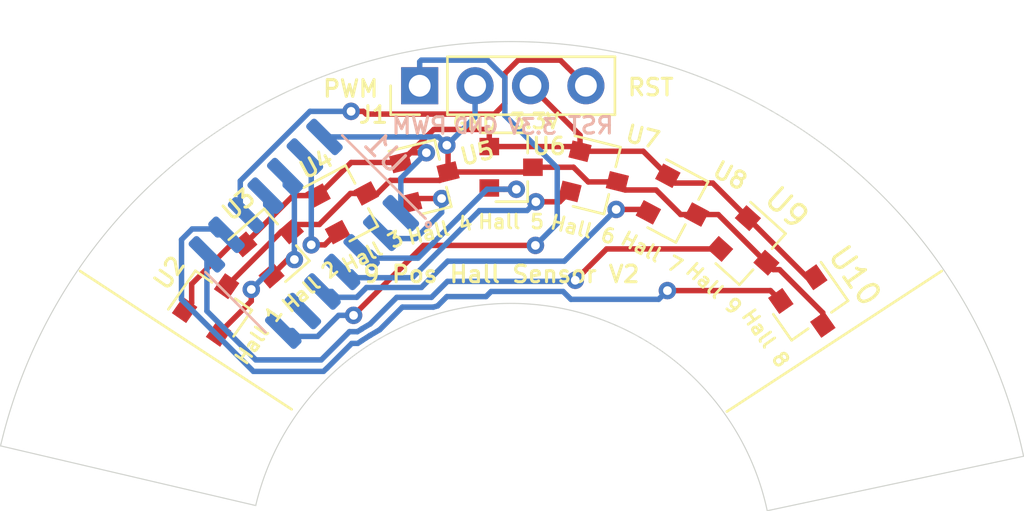
<source format=kicad_pcb>
(kicad_pcb (version 20171130) (host pcbnew "(5.1.5)-3")

  (general
    (thickness 1.6)
    (drawings 19)
    (tracks 202)
    (zones 0)
    (modules 13)
    (nets 15)
  )

  (page A4)
  (layers
    (0 F.Cu signal)
    (31 B.Cu signal)
    (32 B.Adhes user)
    (33 F.Adhes user)
    (34 B.Paste user)
    (35 F.Paste user)
    (36 B.SilkS user)
    (37 F.SilkS user)
    (38 B.Mask user)
    (39 F.Mask user)
    (40 Dwgs.User user hide)
    (41 Cmts.User user)
    (42 Eco1.User user)
    (43 Eco2.User user)
    (44 Edge.Cuts user)
    (45 Margin user)
    (46 B.CrtYd user)
    (47 F.CrtYd user)
    (48 B.Fab user)
    (49 F.Fab user)
  )

  (setup
    (last_trace_width 0.25)
    (trace_clearance 0.2)
    (zone_clearance 0.508)
    (zone_45_only no)
    (trace_min 0.2)
    (via_size 0.8)
    (via_drill 0.4)
    (via_min_size 0.4)
    (via_min_drill 0.3)
    (uvia_size 0.3)
    (uvia_drill 0.1)
    (uvias_allowed no)
    (uvia_min_size 0.2)
    (uvia_min_drill 0.1)
    (edge_width 0.05)
    (segment_width 0.2)
    (pcb_text_width 0.3)
    (pcb_text_size 1.5 1.5)
    (mod_edge_width 0.12)
    (mod_text_size 1 1)
    (mod_text_width 0.15)
    (pad_size 1.524 1.524)
    (pad_drill 0.762)
    (pad_to_mask_clearance 0.051)
    (solder_mask_min_width 0.25)
    (aux_axis_origin 0 0)
    (visible_elements 7FFFFFFF)
    (pcbplotparams
      (layerselection 0x010fc_ffffffff)
      (usegerberextensions false)
      (usegerberattributes false)
      (usegerberadvancedattributes false)
      (creategerberjobfile false)
      (excludeedgelayer true)
      (linewidth 0.100000)
      (plotframeref false)
      (viasonmask false)
      (mode 1)
      (useauxorigin false)
      (hpglpennumber 1)
      (hpglpenspeed 20)
      (hpglpendiameter 15.000000)
      (psnegative false)
      (psa4output false)
      (plotreference true)
      (plotvalue true)
      (plotinvisibletext false)
      (padsonsilk false)
      (subtractmaskfromsilk false)
      (outputformat 1)
      (mirror false)
      (drillshape 0)
      (scaleselection 1)
      (outputdirectory "Gerbers/"))
  )

  (net 0 "")
  (net 1 GND)
  (net 2 "Net-(U1-Pad11)")
  (net 3 "Net-(U1-Pad12)")
  (net 4 "Net-(U1-Pad13)")
  (net 5 +3V3)
  (net 6 "Net-(U1-Pad2)")
  (net 7 "Net-(U1-Pad3)")
  (net 8 "Net-(U1-Pad4)")
  (net 9 "Net-(U1-Pad5)")
  (net 10 "Net-(U1-Pad8)")
  (net 11 "Net-(J1-Pad4)")
  (net 12 "Net-(U1-Pad6)")
  (net 13 "Net-(U1-Pad9)")
  (net 14 "Net-(J1-Pad1)")

  (net_class Default "This is the default net class."
    (clearance 0.2)
    (trace_width 0.25)
    (via_dia 0.8)
    (via_drill 0.4)
    (uvia_dia 0.3)
    (uvia_drill 0.1)
    (add_net +3V3)
    (add_net GND)
    (add_net "Net-(J1-Pad1)")
    (add_net "Net-(J1-Pad4)")
    (add_net "Net-(U1-Pad11)")
    (add_net "Net-(U1-Pad12)")
    (add_net "Net-(U1-Pad13)")
    (add_net "Net-(U1-Pad2)")
    (add_net "Net-(U1-Pad3)")
    (add_net "Net-(U1-Pad4)")
    (add_net "Net-(U1-Pad5)")
    (add_net "Net-(U1-Pad6)")
    (add_net "Net-(U1-Pad8)")
    (add_net "Net-(U1-Pad9)")
  )

  (module Package_TO_SOT_SMD:SOT-23 (layer F.Cu) (tedit 5A02FF57) (tstamp 60162DF9)
    (at 143.725 58.4 305)
    (descr "SOT-23, Standard")
    (tags SOT-23)
    (path /6019ADE5)
    (attr smd)
    (fp_text reference U10 (at 0 -2.5 125) (layer F.SilkS)
      (effects (font (size 1 1) (thickness 0.15)))
    )
    (fp_text value "Hall 8" (at 0 2.5 125) (layer F.SilkS)
      (effects (font (size 0.635 0.635) (thickness 0.127)))
    )
    (fp_line (start 0.76 1.58) (end -0.7 1.58) (layer F.SilkS) (width 0.12))
    (fp_line (start 0.76 -1.58) (end -1.4 -1.58) (layer F.SilkS) (width 0.12))
    (fp_line (start -1.7 1.75) (end -1.7 -1.75) (layer F.CrtYd) (width 0.05))
    (fp_line (start 1.7 1.75) (end -1.7 1.75) (layer F.CrtYd) (width 0.05))
    (fp_line (start 1.7 -1.75) (end 1.7 1.75) (layer F.CrtYd) (width 0.05))
    (fp_line (start -1.7 -1.75) (end 1.7 -1.75) (layer F.CrtYd) (width 0.05))
    (fp_line (start 0.76 -1.58) (end 0.76 -0.65) (layer F.SilkS) (width 0.12))
    (fp_line (start 0.76 1.58) (end 0.76 0.65) (layer F.SilkS) (width 0.12))
    (fp_line (start -0.7 1.52) (end 0.7 1.52) (layer F.Fab) (width 0.1))
    (fp_line (start 0.7 -1.52) (end 0.7 1.52) (layer F.Fab) (width 0.1))
    (fp_line (start -0.7 -0.95) (end -0.15 -1.52) (layer F.Fab) (width 0.1))
    (fp_line (start -0.15 -1.52) (end 0.7 -1.52) (layer F.Fab) (width 0.1))
    (fp_line (start -0.7 -0.95) (end -0.7 1.5) (layer F.Fab) (width 0.1))
    (fp_text user %R (at 0 0 35) (layer F.Fab)
      (effects (font (size 0.5 0.5) (thickness 0.075)))
    )
    (pad 3 smd rect (at 1 0 305) (size 0.9 0.8) (layers F.Cu F.Paste F.Mask)
      (net 1 GND))
    (pad 2 smd rect (at -1 0.95 305) (size 0.9 0.8) (layers F.Cu F.Paste F.Mask)
      (net 13 "Net-(U1-Pad9)"))
    (pad 1 smd rect (at -1 -0.95 305) (size 0.9 0.8) (layers F.Cu F.Paste F.Mask)
      (net 5 +3V3))
    (model ${KISYS3DMOD}/Package_TO_SOT_SMD.3dshapes/SOT-23.wrl
      (at (xyz 0 0 0))
      (scale (xyz 1 1 1))
      (rotate (xyz 0 0 0))
    )
  )

  (module Package_TO_SOT_SMD:SOT-23 (layer F.Cu) (tedit 5A02FF57) (tstamp 60162DE4)
    (at 140.97 55.7 318)
    (descr "SOT-23, Standard")
    (tags SOT-23)
    (path /60198576)
    (attr smd)
    (fp_text reference U9 (at 0 -2.5 138) (layer F.SilkS)
      (effects (font (size 1 1) (thickness 0.15)))
    )
    (fp_text value "Hall 9" (at 0 2.5 138) (layer F.SilkS)
      (effects (font (size 0.635 0.635) (thickness 0.127)))
    )
    (fp_line (start 0.76 1.58) (end -0.7 1.58) (layer F.SilkS) (width 0.12))
    (fp_line (start 0.76 -1.58) (end -1.4 -1.58) (layer F.SilkS) (width 0.12))
    (fp_line (start -1.7 1.75) (end -1.7 -1.75) (layer F.CrtYd) (width 0.05))
    (fp_line (start 1.7 1.75) (end -1.7 1.75) (layer F.CrtYd) (width 0.05))
    (fp_line (start 1.7 -1.75) (end 1.7 1.75) (layer F.CrtYd) (width 0.05))
    (fp_line (start -1.7 -1.75) (end 1.7 -1.75) (layer F.CrtYd) (width 0.05))
    (fp_line (start 0.76 -1.58) (end 0.76 -0.65) (layer F.SilkS) (width 0.12))
    (fp_line (start 0.76 1.58) (end 0.76 0.65) (layer F.SilkS) (width 0.12))
    (fp_line (start -0.7 1.52) (end 0.7 1.52) (layer F.Fab) (width 0.1))
    (fp_line (start 0.7 -1.52) (end 0.7 1.52) (layer F.Fab) (width 0.1))
    (fp_line (start -0.7 -0.95) (end -0.15 -1.52) (layer F.Fab) (width 0.1))
    (fp_line (start -0.15 -1.52) (end 0.7 -1.52) (layer F.Fab) (width 0.1))
    (fp_line (start -0.7 -0.95) (end -0.7 1.5) (layer F.Fab) (width 0.1))
    (fp_text user %R (at 0 0 48) (layer F.Fab)
      (effects (font (size 0.5 0.5) (thickness 0.075)))
    )
    (pad 3 smd rect (at 1 0 318) (size 0.9 0.8) (layers F.Cu F.Paste F.Mask)
      (net 1 GND))
    (pad 2 smd rect (at -1 0.95 318) (size 0.9 0.8) (layers F.Cu F.Paste F.Mask)
      (net 10 "Net-(U1-Pad8)"))
    (pad 1 smd rect (at -1 -0.95 318) (size 0.9 0.8) (layers F.Cu F.Paste F.Mask)
      (net 5 +3V3))
    (model ${KISYS3DMOD}/Package_TO_SOT_SMD.3dshapes/SOT-23.wrl
      (at (xyz 0 0 0))
      (scale (xyz 1 1 1))
      (rotate (xyz 0 0 0))
    )
  )

  (module MountingHole:MountingHole_2.2mm_M2 (layer F.Cu) (tedit 56D1B4CB) (tstamp 60162392)
    (at 146.51 62.89)
    (descr "Mounting Hole 2.2mm, no annular, M2")
    (tags "mounting hole 2.2mm no annular m2")
    (attr virtual)
    (fp_text reference REF** (at 0 -3.2) (layer F.SilkS) hide
      (effects (font (size 1 1) (thickness 0.15)))
    )
    (fp_text value " " (at 0 3.2) (layer F.Fab)
      (effects (font (size 1 1) (thickness 0.15)))
    )
    (fp_circle (center 0 0) (end 2.45 0) (layer F.CrtYd) (width 0.05))
    (fp_circle (center 0 0) (end 2.2 0) (layer Cmts.User) (width 0.15))
    (fp_text user %R (at 0.3 0) (layer F.Fab)
      (effects (font (size 1 1) (thickness 0.15)))
    )
    (pad 1 np_thru_hole circle (at 0 0) (size 2.2 2.2) (drill 2.2) (layers *.Cu *.Mask))
  )

  (module MountingHole:MountingHole_2.2mm_M2 (layer F.Cu) (tedit 56D1B4CB) (tstamp 60162211)
    (at 113.45 62.72)
    (descr "Mounting Hole 2.2mm, no annular, M2")
    (tags "mounting hole 2.2mm no annular m2")
    (attr virtual)
    (fp_text reference REF** (at 0 -3.2) (layer F.SilkS) hide
      (effects (font (size 1 1) (thickness 0.15)))
    )
    (fp_text value " " (at 0 3.2) (layer F.Fab)
      (effects (font (size 1 1) (thickness 0.15)))
    )
    (fp_circle (center 0 0) (end 2.45 0) (layer F.CrtYd) (width 0.05))
    (fp_circle (center 0 0) (end 2.2 0) (layer Cmts.User) (width 0.15))
    (fp_text user %R (at 0.3 0) (layer F.Fab)
      (effects (font (size 1 1) (thickness 0.15)))
    )
    (pad 1 np_thru_hole circle (at 0 0) (size 2.2 2.2) (drill 2.2) (layers *.Cu *.Mask))
  )

  (module Connector_PinHeader_2.54mm:PinHeader_1x04_P2.54mm_Vertical (layer F.Cu) (tedit 59FED5CC) (tstamp 60160ADE)
    (at 125.8189 48.25 90)
    (descr "Through hole straight pin header, 1x04, 2.54mm pitch, single row")
    (tags "Through hole pin header THT 1x04 2.54mm single row")
    (path /6015B838)
    (fp_text reference J1 (at -1.3335 -2.1209 180) (layer F.SilkS)
      (effects (font (size 0.762 0.762) (thickness 0.1397)))
    )
    (fp_text value Power/Signal (at 3.0861 3.4417 180) (layer F.Fab)
      (effects (font (size 1 1) (thickness 0.15)))
    )
    (fp_line (start -0.635 -1.27) (end 1.27 -1.27) (layer F.Fab) (width 0.1))
    (fp_line (start 1.27 -1.27) (end 1.27 8.89) (layer F.Fab) (width 0.1))
    (fp_line (start 1.27 8.89) (end -1.27 8.89) (layer F.Fab) (width 0.1))
    (fp_line (start -1.27 8.89) (end -1.27 -0.635) (layer F.Fab) (width 0.1))
    (fp_line (start -1.27 -0.635) (end -0.635 -1.27) (layer F.Fab) (width 0.1))
    (fp_line (start -1.33 8.95) (end 1.33 8.95) (layer F.SilkS) (width 0.12))
    (fp_line (start -1.33 1.27) (end -1.33 8.95) (layer F.SilkS) (width 0.12))
    (fp_line (start 1.33 1.27) (end 1.33 8.95) (layer F.SilkS) (width 0.12))
    (fp_line (start -1.33 1.27) (end 1.33 1.27) (layer F.SilkS) (width 0.12))
    (fp_line (start -1.33 0) (end -1.33 -1.33) (layer F.SilkS) (width 0.12))
    (fp_line (start -1.33 -1.33) (end 0 -1.33) (layer F.SilkS) (width 0.12))
    (fp_line (start -1.8 -1.8) (end -1.8 9.4) (layer F.CrtYd) (width 0.05))
    (fp_line (start -1.8 9.4) (end 1.8 9.4) (layer F.CrtYd) (width 0.05))
    (fp_line (start 1.8 9.4) (end 1.8 -1.8) (layer F.CrtYd) (width 0.05))
    (fp_line (start 1.8 -1.8) (end -1.8 -1.8) (layer F.CrtYd) (width 0.05))
    (fp_text user %R (at 0 3.81) (layer F.Fab)
      (effects (font (size 1 1) (thickness 0.15)))
    )
    (pad 1 thru_hole rect (at 0 0 90) (size 1.7 1.7) (drill 1) (layers *.Cu *.Mask)
      (net 14 "Net-(J1-Pad1)"))
    (pad 2 thru_hole oval (at 0 2.54 90) (size 1.7 1.7) (drill 1) (layers *.Cu *.Mask)
      (net 1 GND))
    (pad 3 thru_hole oval (at 0 5.08 90) (size 1.7 1.7) (drill 1) (layers *.Cu *.Mask)
      (net 5 +3V3))
    (pad 4 thru_hole oval (at 0 7.62 90) (size 1.7 1.7) (drill 1) (layers *.Cu *.Mask)
      (net 11 "Net-(J1-Pad4)"))
    (model ${KISYS3DMOD}/Connector_PinHeader_2.54mm.3dshapes/PinHeader_1x04_P2.54mm_Vertical.wrl
      (at (xyz 0 0 0))
      (scale (xyz 1 1 1))
      (rotate (xyz 0 0 0))
    )
  )

  (module Package_SO:SOIC-14_3.9x8.7mm_P1.27mm (layer B.Cu) (tedit 5D9F72B1) (tstamp 6012B118)
    (at 120.5103 55.0418 135)
    (descr "SOIC, 14 Pin (JEDEC MS-012AB, https://www.analog.com/media/en/package-pcb-resources/package/pkg_pdf/soic_narrow-r/r_14.pdf), generated with kicad-footprint-generator ipc_gullwing_generator.py")
    (tags "SOIC SO")
    (path /5F112964)
    (attr smd)
    (fp_text reference U1 (at 0 5.28 315) (layer B.SilkS)
      (effects (font (size 1 1) (thickness 0.15)) (justify mirror))
    )
    (fp_text value ATtiny814-SS (at 0 -5.28 315) (layer B.Fab)
      (effects (font (size 1 1) (thickness 0.15)) (justify mirror))
    )
    (fp_line (start 3.7 4.58) (end -3.7 4.58) (layer B.CrtYd) (width 0.05))
    (fp_line (start 3.7 -4.58) (end 3.7 4.58) (layer B.CrtYd) (width 0.05))
    (fp_line (start -3.7 -4.58) (end 3.7 -4.58) (layer B.CrtYd) (width 0.05))
    (fp_line (start -3.7 4.58) (end -3.7 -4.58) (layer B.CrtYd) (width 0.05))
    (fp_line (start -1.95 3.35) (end -0.975 4.325) (layer B.Fab) (width 0.1))
    (fp_line (start -1.95 -4.325) (end -1.95 3.35) (layer B.Fab) (width 0.1))
    (fp_line (start 1.95 -4.325) (end -1.95 -4.325) (layer B.Fab) (width 0.1))
    (fp_line (start 1.95 4.325) (end 1.95 -4.325) (layer B.Fab) (width 0.1))
    (fp_line (start -0.975 4.325) (end 1.95 4.325) (layer B.Fab) (width 0.1))
    (fp_line (start 0 4.435) (end -3.45 4.435) (layer B.SilkS) (width 0.12))
    (fp_line (start 0 4.435) (end 1.95 4.435) (layer B.SilkS) (width 0.12))
    (fp_line (start 0 -4.435) (end -1.95 -4.435) (layer B.SilkS) (width 0.12))
    (fp_line (start 0 -4.435) (end 1.95 -4.435) (layer B.SilkS) (width 0.12))
    (fp_text user %R (at 0 0 315) (layer B.Fab)
      (effects (font (size 0.98 0.98) (thickness 0.15)) (justify mirror))
    )
    (pad 1 smd roundrect (at -2.475 3.81 135) (size 1.95 0.6) (layers B.Cu B.Paste B.Mask) (roundrect_rratio 0.25)
      (net 5 +3V3))
    (pad 2 smd roundrect (at -2.475 2.54 135) (size 1.95 0.6) (layers B.Cu B.Paste B.Mask) (roundrect_rratio 0.25)
      (net 6 "Net-(U1-Pad2)"))
    (pad 3 smd roundrect (at -2.475 1.27 135) (size 1.95 0.6) (layers B.Cu B.Paste B.Mask) (roundrect_rratio 0.25)
      (net 7 "Net-(U1-Pad3)"))
    (pad 4 smd roundrect (at -2.475 0 135) (size 1.95 0.6) (layers B.Cu B.Paste B.Mask) (roundrect_rratio 0.25)
      (net 8 "Net-(U1-Pad4)"))
    (pad 5 smd roundrect (at -2.475 -1.27 135) (size 1.95 0.6) (layers B.Cu B.Paste B.Mask) (roundrect_rratio 0.25)
      (net 9 "Net-(U1-Pad5)"))
    (pad 6 smd roundrect (at -2.475 -2.54 135) (size 1.95 0.6) (layers B.Cu B.Paste B.Mask) (roundrect_rratio 0.25)
      (net 12 "Net-(U1-Pad6)"))
    (pad 7 smd roundrect (at -2.475 -3.81 135) (size 1.95 0.6) (layers B.Cu B.Paste B.Mask) (roundrect_rratio 0.25)
      (net 14 "Net-(J1-Pad1)"))
    (pad 8 smd roundrect (at 2.475 -3.81 135) (size 1.95 0.6) (layers B.Cu B.Paste B.Mask) (roundrect_rratio 0.25)
      (net 10 "Net-(U1-Pad8)"))
    (pad 9 smd roundrect (at 2.475 -2.54 135) (size 1.95 0.6) (layers B.Cu B.Paste B.Mask) (roundrect_rratio 0.25)
      (net 13 "Net-(U1-Pad9)"))
    (pad 10 smd roundrect (at 2.475 -1.27 135) (size 1.95 0.6) (layers B.Cu B.Paste B.Mask) (roundrect_rratio 0.25)
      (net 11 "Net-(J1-Pad4)"))
    (pad 11 smd roundrect (at 2.475 0 135) (size 1.95 0.6) (layers B.Cu B.Paste B.Mask) (roundrect_rratio 0.25)
      (net 2 "Net-(U1-Pad11)"))
    (pad 12 smd roundrect (at 2.475 1.27 135) (size 1.95 0.6) (layers B.Cu B.Paste B.Mask) (roundrect_rratio 0.25)
      (net 3 "Net-(U1-Pad12)"))
    (pad 13 smd roundrect (at 2.475 2.54 135) (size 1.95 0.6) (layers B.Cu B.Paste B.Mask) (roundrect_rratio 0.25)
      (net 4 "Net-(U1-Pad13)"))
    (pad 14 smd roundrect (at 2.475 3.81 135) (size 1.95 0.6) (layers B.Cu B.Paste B.Mask) (roundrect_rratio 0.25)
      (net 1 GND))
    (model ${KISYS3DMOD}/Package_SO.3dshapes/SOIC-14_3.9x8.7mm_P1.27mm.wrl
      (at (xyz 0 0 0))
      (scale (xyz 1 1 1))
      (rotate (xyz 0 0 0))
    )
  )

  (module Package_TO_SOT_SMD:SOT-23 (layer F.Cu) (tedit 5A02FF57) (tstamp 6012B47E)
    (at 116.3955 58.2676 55)
    (descr "SOT-23, Standard")
    (tags SOT-23)
    (path /5EF2DD3D)
    (attr smd)
    (fp_text reference U2 (at 0 -2.5 55) (layer F.SilkS)
      (effects (font (size 0.762 0.762) (thickness 0.1397)))
    )
    (fp_text value "Hall 1" (at 0 2.5 55) (layer F.SilkS)
      (effects (font (size 0.635 0.635) (thickness 0.127)))
    )
    (fp_line (start 0.76 1.58) (end -0.7 1.58) (layer F.SilkS) (width 0.12))
    (fp_line (start 0.76 -1.58) (end -1.4 -1.58) (layer F.SilkS) (width 0.12))
    (fp_line (start -1.7 1.75) (end -1.7 -1.75) (layer F.CrtYd) (width 0.05))
    (fp_line (start 1.7 1.75) (end -1.7 1.75) (layer F.CrtYd) (width 0.05))
    (fp_line (start 1.7 -1.75) (end 1.7 1.75) (layer F.CrtYd) (width 0.05))
    (fp_line (start -1.7 -1.75) (end 1.7 -1.75) (layer F.CrtYd) (width 0.05))
    (fp_line (start 0.76 -1.58) (end 0.76 -0.65) (layer F.SilkS) (width 0.12))
    (fp_line (start 0.76 1.58) (end 0.76 0.65) (layer F.SilkS) (width 0.12))
    (fp_line (start -0.7 1.52) (end 0.7 1.52) (layer F.Fab) (width 0.1))
    (fp_line (start 0.7 -1.52) (end 0.7 1.52) (layer F.Fab) (width 0.1))
    (fp_line (start -0.7 -0.95) (end -0.15 -1.52) (layer F.Fab) (width 0.1))
    (fp_line (start -0.15 -1.52) (end 0.7 -1.52) (layer F.Fab) (width 0.1))
    (fp_line (start -0.7 -0.95) (end -0.7 1.5) (layer F.Fab) (width 0.1))
    (fp_text user %R (at 0 0 145) (layer F.Fab)
      (effects (font (size 0.5 0.5) (thickness 0.075)))
    )
    (pad 1 smd rect (at -1 -0.95 55) (size 0.9 0.8) (layers F.Cu F.Paste F.Mask)
      (net 5 +3V3))
    (pad 2 smd rect (at -1 0.95 55) (size 0.9 0.8) (layers F.Cu F.Paste F.Mask)
      (net 2 "Net-(U1-Pad11)"))
    (pad 3 smd rect (at 1 0 55) (size 0.9 0.8) (layers F.Cu F.Paste F.Mask)
      (net 1 GND))
    (model ${KISYS3DMOD}/Package_TO_SOT_SMD.3dshapes/SOT-23.wrl
      (at (xyz 0 0 0))
      (scale (xyz 1 1 1))
      (rotate (xyz 0 0 0))
    )
  )

  (module Package_TO_SOT_SMD:SOT-23 (layer F.Cu) (tedit 5A02FF57) (tstamp 6012B00A)
    (at 119.16 55.59 41)
    (descr "SOT-23, Standard")
    (tags SOT-23)
    (path /5EF2FF40)
    (attr smd)
    (fp_text reference U3 (at 0 -2.5 41) (layer F.SilkS)
      (effects (font (size 0.762 0.762) (thickness 0.1397)))
    )
    (fp_text value "Hall 2" (at 0 2.5 41) (layer F.SilkS)
      (effects (font (size 0.635 0.635) (thickness 0.127)))
    )
    (fp_text user %R (at 0 0 131) (layer F.Fab)
      (effects (font (size 0.5 0.5) (thickness 0.075)))
    )
    (fp_line (start -0.7 -0.95) (end -0.7 1.5) (layer F.Fab) (width 0.1))
    (fp_line (start -0.15 -1.52) (end 0.7 -1.52) (layer F.Fab) (width 0.1))
    (fp_line (start -0.7 -0.95) (end -0.15 -1.52) (layer F.Fab) (width 0.1))
    (fp_line (start 0.7 -1.52) (end 0.7 1.52) (layer F.Fab) (width 0.1))
    (fp_line (start -0.7 1.52) (end 0.7 1.52) (layer F.Fab) (width 0.1))
    (fp_line (start 0.76 1.58) (end 0.76 0.65) (layer F.SilkS) (width 0.12))
    (fp_line (start 0.76 -1.58) (end 0.76 -0.65) (layer F.SilkS) (width 0.12))
    (fp_line (start -1.7 -1.75) (end 1.7 -1.75) (layer F.CrtYd) (width 0.05))
    (fp_line (start 1.7 -1.75) (end 1.7 1.75) (layer F.CrtYd) (width 0.05))
    (fp_line (start 1.7 1.75) (end -1.7 1.75) (layer F.CrtYd) (width 0.05))
    (fp_line (start -1.7 1.75) (end -1.7 -1.75) (layer F.CrtYd) (width 0.05))
    (fp_line (start 0.76 -1.58) (end -1.4 -1.58) (layer F.SilkS) (width 0.12))
    (fp_line (start 0.76 1.58) (end -0.7 1.58) (layer F.SilkS) (width 0.12))
    (pad 3 smd rect (at 1 0 41) (size 0.9 0.8) (layers F.Cu F.Paste F.Mask)
      (net 1 GND))
    (pad 2 smd rect (at -1 0.95 41) (size 0.9 0.8) (layers F.Cu F.Paste F.Mask)
      (net 3 "Net-(U1-Pad12)"))
    (pad 1 smd rect (at -1 -0.95 41) (size 0.9 0.8) (layers F.Cu F.Paste F.Mask)
      (net 5 +3V3))
    (model ${KISYS3DMOD}/Package_TO_SOT_SMD.3dshapes/SOT-23.wrl
      (at (xyz 0 0 0))
      (scale (xyz 1 1 1))
      (rotate (xyz 0 0 0))
    )
  )

  (module Package_TO_SOT_SMD:SOT-23 (layer F.Cu) (tedit 5A02FF57) (tstamp 6012B01E)
    (at 122.49 53.66 28)
    (descr "SOT-23, Standard")
    (tags SOT-23)
    (path /5EF3088F)
    (attr smd)
    (fp_text reference U4 (at -0.402667 -2.254052 28) (layer F.SilkS)
      (effects (font (size 0.762 0.762) (thickness 0.1397)))
    )
    (fp_text value "Hall 3" (at 0 2.5 28) (layer F.SilkS)
      (effects (font (size 0.635 0.635) (thickness 0.127)))
    )
    (fp_line (start 0.76 1.58) (end -0.7 1.58) (layer F.SilkS) (width 0.12))
    (fp_line (start 0.76 -1.58) (end -1.4 -1.58) (layer F.SilkS) (width 0.12))
    (fp_line (start -1.7 1.75) (end -1.7 -1.75) (layer F.CrtYd) (width 0.05))
    (fp_line (start 1.7 1.75) (end -1.7 1.75) (layer F.CrtYd) (width 0.05))
    (fp_line (start 1.7 -1.75) (end 1.7 1.75) (layer F.CrtYd) (width 0.05))
    (fp_line (start -1.7 -1.75) (end 1.7 -1.75) (layer F.CrtYd) (width 0.05))
    (fp_line (start 0.76 -1.58) (end 0.76 -0.65) (layer F.SilkS) (width 0.12))
    (fp_line (start 0.76 1.58) (end 0.76 0.65) (layer F.SilkS) (width 0.12))
    (fp_line (start -0.7 1.52) (end 0.7 1.52) (layer F.Fab) (width 0.1))
    (fp_line (start 0.7 -1.52) (end 0.7 1.52) (layer F.Fab) (width 0.1))
    (fp_line (start -0.7 -0.95) (end -0.15 -1.52) (layer F.Fab) (width 0.1))
    (fp_line (start -0.15 -1.52) (end 0.7 -1.52) (layer F.Fab) (width 0.1))
    (fp_line (start -0.7 -0.95) (end -0.7 1.5) (layer F.Fab) (width 0.1))
    (fp_text user %R (at 0 0 118) (layer F.Fab)
      (effects (font (size 0.5 0.5) (thickness 0.075)))
    )
    (pad 1 smd rect (at -1 -0.95 28) (size 0.9 0.8) (layers F.Cu F.Paste F.Mask)
      (net 5 +3V3))
    (pad 2 smd rect (at -1 0.95 28) (size 0.9 0.8) (layers F.Cu F.Paste F.Mask)
      (net 4 "Net-(U1-Pad13)"))
    (pad 3 smd rect (at 1 0 28) (size 0.9 0.8) (layers F.Cu F.Paste F.Mask)
      (net 1 GND))
    (model ${KISYS3DMOD}/Package_TO_SOT_SMD.3dshapes/SOT-23.wrl
      (at (xyz 0 0 0))
      (scale (xyz 1 1 1))
      (rotate (xyz 0 0 0))
    )
  )

  (module Package_TO_SOT_SMD:SOT-23 (layer F.Cu) (tedit 5A02FF57) (tstamp 6012B032)
    (at 126.15 52.45 14)
    (descr "SOT-23, Standard")
    (tags SOT-23)
    (path /5EF30FFA)
    (attr smd)
    (fp_text reference U5 (at 2.4991 -0.5015 14) (layer F.SilkS)
      (effects (font (size 0.762 0.762) (thickness 0.1397)))
    )
    (fp_text value "Hall 4" (at 0 2.5 14) (layer F.SilkS)
      (effects (font (size 0.635 0.635) (thickness 0.127)))
    )
    (fp_line (start 0.76 1.58) (end -0.7 1.58) (layer F.SilkS) (width 0.12))
    (fp_line (start 0.76 -1.58) (end -1.4 -1.58) (layer F.SilkS) (width 0.12))
    (fp_line (start -1.7 1.75) (end -1.7 -1.75) (layer F.CrtYd) (width 0.05))
    (fp_line (start 1.7 1.75) (end -1.7 1.75) (layer F.CrtYd) (width 0.05))
    (fp_line (start 1.7 -1.75) (end 1.7 1.75) (layer F.CrtYd) (width 0.05))
    (fp_line (start -1.7 -1.75) (end 1.7 -1.75) (layer F.CrtYd) (width 0.05))
    (fp_line (start 0.76 -1.58) (end 0.76 -0.65) (layer F.SilkS) (width 0.12))
    (fp_line (start 0.76 1.58) (end 0.76 0.65) (layer F.SilkS) (width 0.12))
    (fp_line (start -0.7 1.52) (end 0.7 1.52) (layer F.Fab) (width 0.1))
    (fp_line (start 0.7 -1.52) (end 0.7 1.52) (layer F.Fab) (width 0.1))
    (fp_line (start -0.7 -0.95) (end -0.15 -1.52) (layer F.Fab) (width 0.1))
    (fp_line (start -0.15 -1.52) (end 0.7 -1.52) (layer F.Fab) (width 0.1))
    (fp_line (start -0.7 -0.95) (end -0.7 1.5) (layer F.Fab) (width 0.1))
    (fp_text user %R (at 0 0 104) (layer F.Fab)
      (effects (font (size 0.5 0.5) (thickness 0.075)))
    )
    (pad 1 smd rect (at -1 -0.95 14) (size 0.9 0.8) (layers F.Cu F.Paste F.Mask)
      (net 5 +3V3))
    (pad 2 smd rect (at -1 0.95 14) (size 0.9 0.8) (layers F.Cu F.Paste F.Mask)
      (net 6 "Net-(U1-Pad2)"))
    (pad 3 smd rect (at 1 0 14) (size 0.9 0.8) (layers F.Cu F.Paste F.Mask)
      (net 1 GND))
    (model ${KISYS3DMOD}/Package_TO_SOT_SMD.3dshapes/SOT-23.wrl
      (at (xyz 0 0 0))
      (scale (xyz 1 1 1))
      (rotate (xyz 0 0 0))
    )
  )

  (module Package_TO_SOT_SMD:SOT-23 (layer F.Cu) (tedit 5A02FF57) (tstamp 6012B046)
    (at 130.01 51.99)
    (descr "SOT-23, Standard")
    (tags SOT-23)
    (path /5EF31415)
    (attr smd)
    (fp_text reference U6 (at 1.74 -0.965) (layer F.SilkS)
      (effects (font (size 0.762 0.762) (thickness 0.1397)))
    )
    (fp_text value "Hall 5" (at 0 2.5) (layer F.SilkS)
      (effects (font (size 0.635 0.635) (thickness 0.127)))
    )
    (fp_text user %R (at 0 0 -270) (layer F.Fab)
      (effects (font (size 0.5 0.5) (thickness 0.075)))
    )
    (fp_line (start -0.7 -0.95) (end -0.7 1.5) (layer F.Fab) (width 0.1))
    (fp_line (start -0.15 -1.52) (end 0.7 -1.52) (layer F.Fab) (width 0.1))
    (fp_line (start -0.7 -0.95) (end -0.15 -1.52) (layer F.Fab) (width 0.1))
    (fp_line (start 0.7 -1.52) (end 0.7 1.52) (layer F.Fab) (width 0.1))
    (fp_line (start -0.7 1.52) (end 0.7 1.52) (layer F.Fab) (width 0.1))
    (fp_line (start 0.76 1.58) (end 0.76 0.65) (layer F.SilkS) (width 0.12))
    (fp_line (start 0.76 -1.58) (end 0.76 -0.65) (layer F.SilkS) (width 0.12))
    (fp_line (start -1.7 -1.75) (end 1.7 -1.75) (layer F.CrtYd) (width 0.05))
    (fp_line (start 1.7 -1.75) (end 1.7 1.75) (layer F.CrtYd) (width 0.05))
    (fp_line (start 1.7 1.75) (end -1.7 1.75) (layer F.CrtYd) (width 0.05))
    (fp_line (start -1.7 1.75) (end -1.7 -1.75) (layer F.CrtYd) (width 0.05))
    (fp_line (start 0.76 -1.58) (end -1.4 -1.58) (layer F.SilkS) (width 0.12))
    (fp_line (start 0.76 1.58) (end -0.7 1.58) (layer F.SilkS) (width 0.12))
    (pad 3 smd rect (at 1 0) (size 0.9 0.8) (layers F.Cu F.Paste F.Mask)
      (net 1 GND))
    (pad 2 smd rect (at -1 0.95) (size 0.9 0.8) (layers F.Cu F.Paste F.Mask)
      (net 7 "Net-(U1-Pad3)"))
    (pad 1 smd rect (at -1 -0.95) (size 0.9 0.8) (layers F.Cu F.Paste F.Mask)
      (net 5 +3V3))
    (model ${KISYS3DMOD}/Package_TO_SOT_SMD.3dshapes/SOT-23.wrl
      (at (xyz 0 0 0))
      (scale (xyz 1 1 1))
      (rotate (xyz 0 0 0))
    )
  )

  (module Package_TO_SOT_SMD:SOT-23 (layer F.Cu) (tedit 5A02FF57) (tstamp 6012B7AD)
    (at 133.91 52.42 346)
    (descr "SOT-23, Standard")
    (tags SOT-23)
    (path /6013B6E7)
    (attr smd)
    (fp_text reference U7 (at 1.636135 -2.283651 166) (layer F.SilkS)
      (effects (font (size 0.762 0.762) (thickness 0.1397)))
    )
    (fp_text value "Hall 6" (at 0 2.5 166) (layer F.SilkS)
      (effects (font (size 0.635 0.635) (thickness 0.127)))
    )
    (fp_text user %R (at 0 0 76) (layer F.Fab)
      (effects (font (size 0.5 0.5) (thickness 0.075)))
    )
    (fp_line (start -0.7 -0.95) (end -0.7 1.5) (layer F.Fab) (width 0.1))
    (fp_line (start -0.15 -1.52) (end 0.7 -1.52) (layer F.Fab) (width 0.1))
    (fp_line (start -0.7 -0.95) (end -0.15 -1.52) (layer F.Fab) (width 0.1))
    (fp_line (start 0.7 -1.52) (end 0.7 1.52) (layer F.Fab) (width 0.1))
    (fp_line (start -0.7 1.52) (end 0.7 1.52) (layer F.Fab) (width 0.1))
    (fp_line (start 0.76 1.58) (end 0.76 0.65) (layer F.SilkS) (width 0.12))
    (fp_line (start 0.76 -1.58) (end 0.76 -0.65) (layer F.SilkS) (width 0.12))
    (fp_line (start -1.7 -1.75) (end 1.7 -1.75) (layer F.CrtYd) (width 0.05))
    (fp_line (start 1.7 -1.75) (end 1.7 1.75) (layer F.CrtYd) (width 0.05))
    (fp_line (start 1.7 1.75) (end -1.7 1.75) (layer F.CrtYd) (width 0.05))
    (fp_line (start -1.7 1.75) (end -1.7 -1.75) (layer F.CrtYd) (width 0.05))
    (fp_line (start 0.76 -1.58) (end -1.4 -1.58) (layer F.SilkS) (width 0.12))
    (fp_line (start 0.76 1.58) (end -0.7 1.58) (layer F.SilkS) (width 0.12))
    (pad 3 smd rect (at 1 0 346) (size 0.9 0.8) (layers F.Cu F.Paste F.Mask)
      (net 1 GND))
    (pad 2 smd rect (at -1 0.95 346) (size 0.9 0.8) (layers F.Cu F.Paste F.Mask)
      (net 8 "Net-(U1-Pad4)"))
    (pad 1 smd rect (at -1 -0.95 346) (size 0.9 0.8) (layers F.Cu F.Paste F.Mask)
      (net 5 +3V3))
    (model ${KISYS3DMOD}/Package_TO_SOT_SMD.3dshapes/SOT-23.wrl
      (at (xyz 0 0 0))
      (scale (xyz 1 1 1))
      (rotate (xyz 0 0 0))
    )
  )

  (module Package_TO_SOT_SMD:SOT-23 (layer F.Cu) (tedit 5A02FF57) (tstamp 6012B7C2)
    (at 137.63 53.69 332)
    (descr "SOT-23, Standard")
    (tags SOT-23)
    (path /60139BBA)
    (attr smd)
    (fp_text reference U8 (at 1.519378 -2.297197 152) (layer F.SilkS)
      (effects (font (size 0.762 0.762) (thickness 0.1397)))
    )
    (fp_text value "Hall 7" (at 0 2.5 152) (layer F.SilkS)
      (effects (font (size 0.635 0.635) (thickness 0.127)))
    )
    (fp_line (start 0.76 1.58) (end -0.7 1.58) (layer F.SilkS) (width 0.12))
    (fp_line (start 0.76 -1.58) (end -1.4 -1.58) (layer F.SilkS) (width 0.12))
    (fp_line (start -1.7 1.75) (end -1.7 -1.75) (layer F.CrtYd) (width 0.05))
    (fp_line (start 1.7 1.75) (end -1.7 1.75) (layer F.CrtYd) (width 0.05))
    (fp_line (start 1.7 -1.75) (end 1.7 1.75) (layer F.CrtYd) (width 0.05))
    (fp_line (start -1.7 -1.75) (end 1.7 -1.75) (layer F.CrtYd) (width 0.05))
    (fp_line (start 0.76 -1.58) (end 0.76 -0.65) (layer F.SilkS) (width 0.12))
    (fp_line (start 0.76 1.58) (end 0.76 0.65) (layer F.SilkS) (width 0.12))
    (fp_line (start -0.7 1.52) (end 0.7 1.52) (layer F.Fab) (width 0.1))
    (fp_line (start 0.7 -1.52) (end 0.7 1.52) (layer F.Fab) (width 0.1))
    (fp_line (start -0.7 -0.95) (end -0.15 -1.52) (layer F.Fab) (width 0.1))
    (fp_line (start -0.15 -1.52) (end 0.7 -1.52) (layer F.Fab) (width 0.1))
    (fp_line (start -0.7 -0.95) (end -0.7 1.5) (layer F.Fab) (width 0.1))
    (fp_text user %R (at 0 0 62) (layer F.Fab)
      (effects (font (size 0.5 0.5) (thickness 0.075)))
    )
    (pad 1 smd rect (at -1 -0.95 332) (size 0.9 0.8) (layers F.Cu F.Paste F.Mask)
      (net 5 +3V3))
    (pad 2 smd rect (at -1 0.95 332) (size 0.9 0.8) (layers F.Cu F.Paste F.Mask)
      (net 9 "Net-(U1-Pad5)"))
    (pad 3 smd rect (at 1 0 332) (size 0.9 0.8) (layers F.Cu F.Paste F.Mask)
      (net 1 GND))
    (model ${KISYS3DMOD}/Package_TO_SOT_SMD.3dshapes/SOT-23.wrl
      (at (xyz 0 0 0))
      (scale (xyz 1 1 1))
      (rotate (xyz 0 0 0))
    )
  )

  (gr_text RST (at 133.6607 50.0765) (layer B.SilkS) (tstamp 602AA3E4)
    (effects (font (size 0.762 0.762) (thickness 0.1397)) (justify mirror))
  )
  (gr_text 3.3V (at 130.975 50.125) (layer B.SilkS) (tstamp 602AA3DC)
    (effects (font (size 0.6858 0.6858) (thickness 0.13335)) (justify mirror))
  )
  (gr_text GND (at 128.4 50.1) (layer B.SilkS) (tstamp 602AA3D8)
    (effects (font (size 0.6604 0.6604) (thickness 0.13335)) (justify mirror))
  )
  (gr_text PWM (at 125.8066 50.087) (layer B.SilkS) (tstamp 602AA3D4)
    (effects (font (size 0.762 0.762) (thickness 0.1397)) (justify mirror))
  )
  (gr_arc (start 130 70.25) (end 153.499999 65.250001) (angle -154.8159682) (layer Edge.Cuts) (width 0.05))
  (gr_line (start 118.303073 67.512421) (end 106.606142 64.774841) (layer Edge.Cuts) (width 0.05))
  (gr_arc (start 130 70.25) (end 141.749998 67.750002) (angle -154.8159719) (layer Edge.Cuts) (width 0.05))
  (gr_line (start 141.749998 67.750002) (end 153.499999 65.250001) (layer Edge.Cuts) (width 0.05))
  (gr_line (start 119.95 63.1) (end 110.25 56.75) (layer F.SilkS) (width 0.12))
  (gr_line (start 139.9 63.2) (end 149.75 56.75) (layer F.SilkS) (width 0.12))
  (gr_text "9 Pos Hall Sensor V2" (at 129.5654 56.896) (layer F.SilkS)
    (effects (font (size 0.762 0.762) (thickness 0.1397)))
  )
  (gr_text GND (at 128.35 49.95) (layer F.SilkS) (tstamp 601620A3)
    (effects (font (size 0.6604 0.6604) (thickness 0.13335)))
  )
  (gr_text 3.3V (at 131.1 49.875) (layer F.SilkS)
    (effects (font (size 0.6858 0.6858) (thickness 0.13335)))
  )
  (gr_circle (center 126.217651 54.6227) (end 126.281151 54.7116) (layer B.SilkS) (width 0.12))
  (gr_text RST (at 136.4107 48.3235) (layer F.SilkS)
    (effects (font (size 0.762 0.762) (thickness 0.1397)))
  )
  (gr_text PWM (at 122.6566 48.387) (layer F.SilkS)
    (effects (font (size 0.762 0.762) (thickness 0.1397)))
  )
  (gr_circle (center 130 70) (end 148 70) (layer Dwgs.User) (width 0.15))
  (gr_circle (center 130 70) (end 154 70) (layer Dwgs.User) (width 0.15))
  (gr_circle (center 130 70) (end 142 70) (layer Dwgs.User) (width 0.15))

  (segment (start 119.483583 54.933941) (end 119.91471 54.933941) (width 0.25) (layer F.Cu) (net 1))
  (segment (start 116.969076 57.448448) (end 119.483583 54.933941) (width 0.25) (layer F.Cu) (net 1))
  (segment (start 122.863292 53.190528) (end 123.372948 53.190528) (width 0.25) (layer F.Cu) (net 1))
  (segment (start 122.644128 53.190528) (end 122.863292 53.190528) (width 0.25) (layer F.Cu) (net 1))
  (segment (start 121.21969 54.614966) (end 122.644128 53.190528) (width 0.25) (layer F.Cu) (net 1))
  (segment (start 120.233685 54.614966) (end 121.21969 54.614966) (width 0.25) (layer F.Cu) (net 1))
  (segment (start 119.91471 54.933941) (end 120.233685 54.614966) (width 0.25) (layer F.Cu) (net 1))
  (segment (start 126.73624 52.592134) (end 126.749076 52.579298) (width 0.25) (layer F.Cu) (net 1))
  (segment (start 126.749076 52.579298) (end 127.120296 52.208078) (width 0.25) (layer F.Cu) (net 1))
  (segment (start 124.480998 52.592134) (end 126.73624 52.592134) (width 0.25) (layer F.Cu) (net 1))
  (segment (start 123.882604 53.190528) (end 124.480998 52.592134) (width 0.25) (layer F.Cu) (net 1))
  (segment (start 123.372948 53.190528) (end 123.882604 53.190528) (width 0.25) (layer F.Cu) (net 1))
  (segment (start 130.791922 52.208078) (end 131.01 51.99) (width 0.25) (layer F.Cu) (net 1))
  (segment (start 127.120296 52.208078) (end 130.791922 52.208078) (width 0.25) (layer F.Cu) (net 1))
  (segment (start 134.41652 52.661922) (end 134.880296 52.661922) (width 0.25) (layer F.Cu) (net 1))
  (segment (start 132.87231 51.99) (end 133.544232 52.661922) (width 0.25) (layer F.Cu) (net 1))
  (segment (start 133.544232 52.661922) (end 134.41652 52.661922) (width 0.25) (layer F.Cu) (net 1))
  (segment (start 131.01 51.99) (end 132.87231 51.99) (width 0.25) (layer F.Cu) (net 1))
  (segment (start 138.003292 54.159472) (end 138.512948 54.159472) (width 0.25) (layer F.Cu) (net 1))
  (segment (start 137.784128 54.159472) (end 138.003292 54.159472) (width 0.25) (layer F.Cu) (net 1))
  (segment (start 136.657798 53.033142) (end 137.784128 54.159472) (width 0.25) (layer F.Cu) (net 1))
  (segment (start 135.251516 53.033142) (end 136.657798 53.033142) (width 0.25) (layer F.Cu) (net 1))
  (segment (start 134.880296 52.661922) (end 135.251516 53.033142) (width 0.25) (layer F.Cu) (net 1))
  (segment (start 139.503486 54.159472) (end 141.713145 56.369131) (width 0.25) (layer F.Cu) (net 1))
  (segment (start 138.512948 54.159472) (end 139.503486 54.159472) (width 0.25) (layer F.Cu) (net 1))
  (segment (start 142.031779 56.687765) (end 142.316537 56.687765) (width 0.25) (layer F.Cu) (net 1))
  (segment (start 144.298576 58.669804) (end 144.298576 59.219152) (width 0.25) (layer F.Cu) (net 1))
  (segment (start 142.316537 56.687765) (end 144.298576 58.669804) (width 0.25) (layer F.Cu) (net 1))
  (segment (start 141.713145 56.369131) (end 142.031779 56.687765) (width 0.25) (layer F.Cu) (net 1))
  (via (at 127.063711 50.980261) (size 0.8) (drill 0.4) (layers F.Cu B.Cu) (net 1))
  (segment (start 127.120296 51.036846) (end 127.063711 50.980261) (width 0.25) (layer F.Cu) (net 1))
  (segment (start 127.120296 52.208078) (end 127.120296 51.036846) (width 0.25) (layer F.Cu) (net 1))
  (segment (start 126.681084 50.597634) (end 127.063711 50.980261) (width 0.25) (layer B.Cu) (net 1))
  (segment (start 121.454288 50.597634) (end 126.681084 50.597634) (width 0.25) (layer B.Cu) (net 1))
  (segment (start 128.3589 49.685072) (end 127.063711 50.980261) (width 0.25) (layer B.Cu) (net 1))
  (segment (start 128.3589 48.25) (end 128.3589 49.685072) (width 0.25) (layer B.Cu) (net 1))
  (segment (start 116.600118 59.63165) (end 118.100034 58.131734) (width 0.25) (layer F.Cu) (net 2))
  (via (at 118.100034 57.596517) (size 0.8) (drill 0.4) (layers F.Cu B.Cu) (net 2))
  (segment (start 118.100034 58.131734) (end 118.100034 57.596517) (width 0.25) (layer F.Cu) (net 2))
  (segment (start 119.026624 56.669927) (end 118.500033 57.196518) (width 0.25) (layer B.Cu) (net 2))
  (segment (start 118.760211 53.715975) (end 119.026624 53.982388) (width 0.25) (layer B.Cu) (net 2))
  (segment (start 118.500033 57.196518) (end 118.100034 57.596517) (width 0.25) (layer B.Cu) (net 2))
  (segment (start 119.026624 53.982388) (end 119.026624 56.669927) (width 0.25) (layer B.Cu) (net 2))
  (segment (start 118.760211 53.291711) (end 118.760211 53.715975) (width 0.25) (layer B.Cu) (net 2))
  (via (at 120.075 56.225) (size 0.8) (drill 0.4) (layers F.Cu B.Cu) (net 3))
  (segment (start 120.075 53.234713) (end 120.075 56.225) (width 0.25) (layer B.Cu) (net 3))
  (segment (start 119.658236 52.393685) (end 119.658236 52.817949) (width 0.25) (layer B.Cu) (net 3))
  (segment (start 119.658236 52.817949) (end 120.075 53.234713) (width 0.25) (layer B.Cu) (net 3))
  (segment (start 119.766579 56.225) (end 119.028546 56.963033) (width 0.25) (layer F.Cu) (net 3))
  (segment (start 120.075 56.225) (end 119.766579 56.225) (width 0.25) (layer F.Cu) (net 3))
  (segment (start 120.85 52.213661) (end 120.85 55.55) (width 0.25) (layer B.Cu) (net 4))
  (via (at 120.85 55.55) (size 0.8) (drill 0.4) (layers F.Cu B.Cu) (net 4))
  (segment (start 120.556262 51.495659) (end 120.556262 51.919923) (width 0.25) (layer B.Cu) (net 4))
  (segment (start 120.556262 51.919923) (end 120.85 52.213661) (width 0.25) (layer B.Cu) (net 4))
  (segment (start 121.471322 55.55) (end 122.05305 54.968272) (width 0.25) (layer F.Cu) (net 4))
  (segment (start 120.85 55.55) (end 121.471322 55.55) (width 0.25) (layer F.Cu) (net 4))
  (segment (start 115.366835 57.348028) (end 117.185778 55.529085) (width 0.25) (layer F.Cu) (net 5))
  (segment (start 117.185778 55.529085) (end 117.782034 55.529085) (width 0.25) (layer F.Cu) (net 5))
  (segment (start 115.043729 58.541854) (end 115.366835 58.218748) (width 0.25) (layer F.Cu) (net 5))
  (segment (start 115.366835 58.218748) (end 115.366835 57.348028) (width 0.25) (layer F.Cu) (net 5))
  (segment (start 120.020448 53.290671) (end 121.161054 53.290671) (width 0.25) (layer F.Cu) (net 5))
  (segment (start 117.782034 55.529085) (end 120.020448 53.290671) (width 0.25) (layer F.Cu) (net 5))
  (segment (start 122.681584 51.770141) (end 124.949878 51.770141) (width 0.25) (layer F.Cu) (net 5))
  (segment (start 121.161054 53.290671) (end 122.681584 51.770141) (width 0.25) (layer F.Cu) (net 5))
  (segment (start 132.953233 51.04) (end 133.16953 51.256297) (width 0.25) (layer F.Cu) (net 5))
  (segment (start 129.01 51.04) (end 132.953233 51.04) (width 0.25) (layer F.Cu) (net 5))
  (segment (start 136.067619 51.256297) (end 137.19305 52.381728) (width 0.25) (layer F.Cu) (net 5))
  (segment (start 133.16953 51.256297) (end 136.067619 51.256297) (width 0.25) (layer F.Cu) (net 5))
  (segment (start 140.543895 54.006248) (end 140.862529 54.324882) (width 0.25) (layer F.Cu) (net 5))
  (segment (start 139.252112 52.714465) (end 140.543895 54.006248) (width 0.25) (layer F.Cu) (net 5))
  (segment (start 137.525787 52.714465) (end 139.252112 52.714465) (width 0.25) (layer F.Cu) (net 5))
  (segment (start 137.19305 52.381728) (end 137.525787 52.714465) (width 0.25) (layer F.Cu) (net 5))
  (segment (start 143.573597 57.03595) (end 143.929618 57.03595) (width 0.25) (layer F.Cu) (net 5))
  (segment (start 140.862529 54.324882) (end 143.573597 57.03595) (width 0.25) (layer F.Cu) (net 5))
  (segment (start 130.802278 48.25) (end 130.8989 48.25) (width 0.25) (layer B.Cu) (net 5))
  (segment (start 133.16953 50.52063) (end 133.16953 51.256297) (width 0.25) (layer F.Cu) (net 5))
  (segment (start 130.8989 48.25) (end 133.16953 50.52063) (width 0.25) (layer F.Cu) (net 5))
  (via (at 126.125 51.325) (size 0.8) (drill 0.4) (layers F.Cu B.Cu) (net 5))
  (segment (start 124.954466 52.495534) (end 126.125 51.325) (width 0.25) (layer B.Cu) (net 5))
  (segment (start 124.954466 54.097812) (end 124.954466 52.495534) (width 0.25) (layer B.Cu) (net 5))
  (segment (start 129.01 50.39) (end 129.01 51.04) (width 0.25) (layer F.Cu) (net 5))
  (segment (start 128.87526 50.25526) (end 129.01 50.39) (width 0.25) (layer F.Cu) (net 5))
  (segment (start 126.464759 50.25526) (end 128.87526 50.25526) (width 0.25) (layer F.Cu) (net 5))
  (segment (start 124.949878 51.770141) (end 126.464759 50.25526) (width 0.25) (layer F.Cu) (net 5))
  (segment (start 125.395019 51.325) (end 124.949878 51.770141) (width 0.25) (layer F.Cu) (net 5))
  (segment (start 126.125 51.325) (end 125.395019 51.325) (width 0.25) (layer F.Cu) (net 5))
  (segment (start 126.825 54.065772) (end 126.825 53.425) (width 0.25) (layer B.Cu) (net 6))
  (via (at 126.825 53.425) (size 0.8) (drill 0.4) (layers F.Cu B.Cu) (net 6))
  (segment (start 124.480705 54.995838) (end 124.747118 55.262251) (width 0.25) (layer B.Cu) (net 6))
  (segment (start 124.056441 54.995838) (end 124.480705 54.995838) (width 0.25) (layer B.Cu) (net 6))
  (segment (start 124.747118 55.262251) (end 125.628521 55.262251) (width 0.25) (layer B.Cu) (net 6))
  (segment (start 125.628521 55.262251) (end 126.825 54.065772) (width 0.25) (layer B.Cu) (net 6))
  (segment (start 125.598233 53.425) (end 125.40953 53.613703) (width 0.25) (layer F.Cu) (net 6))
  (segment (start 126.825 53.425) (end 125.598233 53.425) (width 0.25) (layer F.Cu) (net 6))
  (via (at 130.25 53) (size 0.8) (drill 0.4) (layers F.Cu B.Cu) (net 7))
  (segment (start 129.07 53) (end 129.01 52.94) (width 0.25) (layer F.Cu) (net 7))
  (segment (start 130.25 53) (end 129.07 53) (width 0.25) (layer F.Cu) (net 7))
  (segment (start 125.74408 56.160277) (end 128.904357 53) (width 0.25) (layer B.Cu) (net 7))
  (segment (start 123.849092 56.160277) (end 125.74408 56.160277) (width 0.25) (layer B.Cu) (net 7))
  (segment (start 123.158415 55.893864) (end 123.582679 55.893864) (width 0.25) (layer B.Cu) (net 7))
  (segment (start 129.684315 53) (end 130.25 53) (width 0.25) (layer B.Cu) (net 7))
  (segment (start 128.904357 53) (end 129.684315 53) (width 0.25) (layer B.Cu) (net 7))
  (segment (start 123.582679 55.893864) (end 123.849092 56.160277) (width 0.25) (layer B.Cu) (net 7))
  (segment (start 122.684653 56.791889) (end 122.951067 57.058303) (width 0.25) (layer B.Cu) (net 8))
  (segment (start 128.566029 53.974738) (end 130.744774 53.974738) (width 0.25) (layer B.Cu) (net 8))
  (segment (start 132.709878 53.099859) (end 132.234998 53.574739) (width 0.25) (layer F.Cu) (net 8))
  (segment (start 125.482464 57.058303) (end 128.566029 53.974738) (width 0.25) (layer B.Cu) (net 8))
  (via (at 131.144773 53.574739) (size 0.8) (drill 0.4) (layers F.Cu B.Cu) (net 8))
  (segment (start 122.260389 56.791889) (end 122.684653 56.791889) (width 0.25) (layer B.Cu) (net 8))
  (segment (start 132.234998 53.574739) (end 131.144773 53.574739) (width 0.25) (layer F.Cu) (net 8))
  (segment (start 122.951067 57.058303) (end 125.482464 57.058303) (width 0.25) (layer B.Cu) (net 8))
  (segment (start 130.744774 53.974738) (end 131.144773 53.574739) (width 0.25) (layer B.Cu) (net 8))
  (via (at 134.825 53.925) (size 0.8) (drill 0.4) (layers F.Cu B.Cu) (net 9))
  (segment (start 136.166725 53.925) (end 136.301054 54.059329) (width 0.25) (layer F.Cu) (net 9))
  (segment (start 134.825 53.925) (end 136.166725 53.925) (width 0.25) (layer F.Cu) (net 9))
  (segment (start 123.382459 57.508313) (end 125.893685 57.508313) (width 0.25) (layer B.Cu) (net 9))
  (segment (start 122.053041 57.956328) (end 122.934444 57.956328) (width 0.25) (layer B.Cu) (net 9))
  (segment (start 125.893685 57.508313) (end 127.101997 56.300001) (width 0.25) (layer B.Cu) (net 9))
  (segment (start 134.425001 54.324999) (end 134.825 53.925) (width 0.25) (layer B.Cu) (net 9))
  (segment (start 122.934444 57.956328) (end 123.382459 57.508313) (width 0.25) (layer B.Cu) (net 9))
  (segment (start 132.449999 56.300001) (end 134.425001 54.324999) (width 0.25) (layer B.Cu) (net 9))
  (segment (start 121.786628 57.689915) (end 122.053041 57.956328) (width 0.25) (layer B.Cu) (net 9))
  (segment (start 127.101997 56.300001) (end 132.449999 56.300001) (width 0.25) (layer B.Cu) (net 9))
  (segment (start 121.362364 57.689915) (end 121.786628 57.689915) (width 0.25) (layer B.Cu) (net 9))
  (segment (start 139.591181 55.736857) (end 134.3887 55.736857) (width 0.25) (layer F.Cu) (net 10))
  (segment (start 133.350544 56.775013) (end 132.950545 57.175012) (width 0.25) (layer F.Cu) (net 10))
  (segment (start 134.3887 55.736857) (end 133.350544 56.775013) (width 0.25) (layer F.Cu) (net 10))
  (via (at 132.950545 57.175012) (size 0.8) (drill 0.4) (layers F.Cu B.Cu) (net 10))
  (segment (start 122.599792 59.534302) (end 122.962292 59.534302) (width 0.25) (layer B.Cu) (net 10))
  (segment (start 121.304259 60.829835) (end 122.599792 59.534302) (width 0.25) (layer B.Cu) (net 10))
  (segment (start 132.334871 57.225001) (end 132.38486 57.175012) (width 0.25) (layer B.Cu) (net 10))
  (segment (start 116.066134 58.589138) (end 118.306831 60.829835) (width 0.25) (layer B.Cu) (net 10))
  (segment (start 132.38486 57.175012) (end 132.950545 57.175012) (width 0.25) (layer B.Cu) (net 10))
  (segment (start 116.066134 55.985788) (end 116.066134 58.589138) (width 0.25) (layer B.Cu) (net 10))
  (segment (start 118.306831 60.829835) (end 121.304259 60.829835) (width 0.25) (layer B.Cu) (net 10))
  (segment (start 127.09203 57.225001) (end 132.334871 57.225001) (width 0.25) (layer B.Cu) (net 10))
  (segment (start 123.550004 59.179381) (end 124.771064 57.958321) (width 0.25) (layer B.Cu) (net 10))
  (segment (start 126.35871 57.958321) (end 127.09203 57.225001) (width 0.25) (layer B.Cu) (net 10))
  (segment (start 123.15909 59.407611) (end 123.550004 59.179381) (width 0.25) (layer B.Cu) (net 10))
  (segment (start 123.156924 59.415854) (end 123.15909 59.407611) (width 0.25) (layer B.Cu) (net 10))
  (segment (start 122.962292 59.534302) (end 123.156924 59.415854) (width 0.25) (layer B.Cu) (net 10))
  (segment (start 124.771064 57.958321) (end 126.35871 57.958321) (width 0.25) (layer B.Cu) (net 10))
  (segment (start 117.595772 52.617656) (end 120.788427 49.425001) (width 0.25) (layer B.Cu) (net 11))
  (segment (start 117.595772 53.923323) (end 117.595772 52.617656) (width 0.25) (layer B.Cu) (net 11))
  (segment (start 117.862185 54.189736) (end 117.595772 53.923323) (width 0.25) (layer B.Cu) (net 11))
  (via (at 122.675 49.425) (size 0.8) (drill 0.4) (layers F.Cu B.Cu) (net 11))
  (segment (start 120.788427 49.425001) (end 122.674999 49.425001) (width 0.25) (layer B.Cu) (net 11))
  (segment (start 122.674999 49.425001) (end 122.675 49.425) (width 0.25) (layer B.Cu) (net 11))
  (segment (start 132.263899 47.074999) (end 132.588901 47.400001) (width 0.25) (layer F.Cu) (net 11))
  (segment (start 132.588901 47.400001) (end 133.4389 48.25) (width 0.25) (layer F.Cu) (net 11))
  (segment (start 123.240685 49.425) (end 123.365685 49.55) (width 0.25) (layer F.Cu) (net 11))
  (segment (start 122.675 49.425) (end 123.240685 49.425) (width 0.25) (layer F.Cu) (net 11))
  (segment (start 129.723899 47.685999) (end 130.334899 47.074999) (width 0.25) (layer F.Cu) (net 11))
  (segment (start 129.723899 49.076101) (end 129.723899 47.685999) (width 0.25) (layer F.Cu) (net 11))
  (segment (start 129.25 49.55) (end 129.723899 49.076101) (width 0.25) (layer F.Cu) (net 11))
  (segment (start 130.334899 47.074999) (end 132.263899 47.074999) (width 0.25) (layer F.Cu) (net 11))
  (segment (start 123.365685 49.55) (end 129.25 49.55) (width 0.25) (layer F.Cu) (net 11))
  (via (at 137.175 57.65) (size 0.8) (drill 0.4) (layers F.Cu B.Cu) (net 13))
  (segment (start 141.897483 57.65) (end 142.373229 58.125746) (width 0.25) (layer F.Cu) (net 13))
  (segment (start 137.175 57.65) (end 141.897483 57.65) (width 0.25) (layer F.Cu) (net 13))
  (segment (start 118.197448 61.356863) (end 121.408793 61.356863) (width 0.25) (layer B.Cu) (net 13))
  (segment (start 132.752528 58.049999) (end 136.775001 58.049999) (width 0.25) (layer B.Cu) (net 13))
  (segment (start 115.392079 54.821349) (end 114.901695 55.311733) (width 0.25) (layer B.Cu) (net 13))
  (segment (start 116.539895 55.087762) (end 116.273482 54.821349) (width 0.25) (layer B.Cu) (net 13))
  (segment (start 116.964159 55.087762) (end 116.539895 55.087762) (width 0.25) (layer B.Cu) (net 13))
  (segment (start 114.901695 55.311733) (end 114.901695 58.06111) (width 0.25) (layer B.Cu) (net 13))
  (segment (start 128.859401 57.925012) (end 129.095083 57.68933) (width 0.25) (layer B.Cu) (net 13))
  (segment (start 123.546956 59.702253) (end 123.98676 59.445479) (width 0.25) (layer B.Cu) (net 13))
  (segment (start 129.095083 57.68933) (end 132.391859 57.68933) (width 0.25) (layer B.Cu) (net 13))
  (segment (start 132.391859 57.68933) (end 132.752528 58.049999) (width 0.25) (layer B.Cu) (net 13))
  (segment (start 121.572369 61.205226) (end 122.706261 60.071334) (width 0.25) (layer B.Cu) (net 13))
  (segment (start 123.165384 59.948498) (end 123.1662 59.944859) (width 0.25) (layer B.Cu) (net 13))
  (segment (start 114.901695 58.06111) (end 118.197448 61.356863) (width 0.25) (layer B.Cu) (net 13))
  (segment (start 123.98676 59.445479) (end 125.023907 58.408332) (width 0.25) (layer B.Cu) (net 13))
  (segment (start 122.706261 60.071334) (end 122.979208 60.071334) (width 0.25) (layer B.Cu) (net 13))
  (segment (start 122.979208 60.071334) (end 123.165384 59.948498) (width 0.25) (layer B.Cu) (net 13))
  (segment (start 136.775001 58.049999) (end 137.175 57.65) (width 0.25) (layer B.Cu) (net 13))
  (segment (start 127.066453 57.925012) (end 128.859401 57.925012) (width 0.25) (layer B.Cu) (net 13))
  (segment (start 116.273482 54.821349) (end 115.392079 54.821349) (width 0.25) (layer B.Cu) (net 13))
  (segment (start 126.638135 58.35333) (end 127.066453 57.925012) (width 0.25) (layer B.Cu) (net 13))
  (segment (start 123.1662 59.944859) (end 123.546562 59.703752) (width 0.25) (layer B.Cu) (net 13))
  (segment (start 123.546562 59.703752) (end 123.546956 59.702253) (width 0.25) (layer B.Cu) (net 13))
  (segment (start 121.408793 61.356863) (end 121.572369 61.205226) (width 0.25) (layer B.Cu) (net 13))
  (segment (start 125.023907 58.408332) (end 126.441577 58.408332) (width 0.25) (layer B.Cu) (net 13))
  (segment (start 126.441577 58.408332) (end 126.638135 58.35333) (width 0.25) (layer B.Cu) (net 13))
  (segment (start 121.138393 59.75238) (end 122.106427 58.784346) (width 0.25) (layer B.Cu) (net 14))
  (segment (start 120.25699 59.75238) (end 121.138393 59.75238) (width 0.25) (layer B.Cu) (net 14))
  (segment (start 119.990576 59.485966) (end 120.25699 59.75238) (width 0.25) (layer B.Cu) (net 14))
  (segment (start 119.566312 59.485966) (end 119.990576 59.485966) (width 0.25) (layer B.Cu) (net 14))
  (via (at 122.788711 58.784346) (size 0.8) (drill 0.4) (layers F.Cu B.Cu) (net 14))
  (segment (start 122.106427 58.784346) (end 122.788711 58.784346) (width 0.25) (layer B.Cu) (net 14))
  (segment (start 125.998057 55.575) (end 131.125 55.575) (width 0.25) (layer F.Cu) (net 14))
  (segment (start 122.788711 58.784346) (end 125.998057 55.575) (width 0.25) (layer F.Cu) (net 14))
  (via (at 131.125 55.575) (size 0.8) (drill 0.4) (layers F.Cu B.Cu) (net 14))
  (segment (start 131.125 55.575) (end 132.125 54.575) (width 0.25) (layer B.Cu) (net 14))
  (segment (start 132.125 54.575) (end 132.125 52.0161) (width 0.25) (layer B.Cu) (net 14))
  (segment (start 125.8189 47.15) (end 125.8189 48.25) (width 0.25) (layer B.Cu) (net 14))
  (segment (start 125.893901 47.074999) (end 125.8189 47.15) (width 0.25) (layer B.Cu) (net 14))
  (segment (start 128.922901 47.074999) (end 125.893901 47.074999) (width 0.25) (layer B.Cu) (net 14))
  (segment (start 129.723899 47.875997) (end 128.922901 47.074999) (width 0.25) (layer B.Cu) (net 14))
  (segment (start 129.723899 49.614999) (end 129.723899 47.875997) (width 0.25) (layer B.Cu) (net 14))
  (segment (start 132.125 52.0161) (end 129.723899 49.614999) (width 0.25) (layer B.Cu) (net 14))

)

</source>
